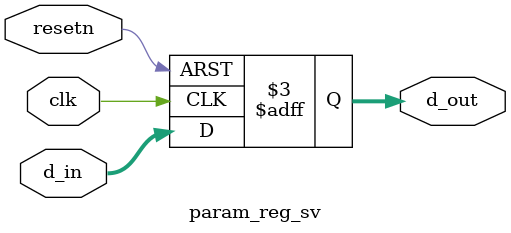
<source format=sv>
/*
*  File            :   param_reg_sv.sv
*  Autor           :   Vlasov D.V.
*  Data            :   2019.04.17
*  Language        :   SystemVerilog
*  Description     :   This is register with parameters
*  Copyright(c)    :   2018 - 2019 Vlasov D.V.
*/

module param_reg_sv
#(
    parameter                   W = 8
)(
    // clock and reset
    input   logic   [0   : 0]   clk,    // clock
    input   logic   [0   : 0]   resetn, // reset
    // data
    input   logic   [W-1 : 0]   d_in,   // data input
    output  logic   [W-1 : 0]   d_out   // data output
);

    always_ff @(posedge clk, negedge resetn)
        if( !resetn )
            d_out <= '0;
        else    
            d_out <= d_in;

endmodule : param_reg_sv

</source>
